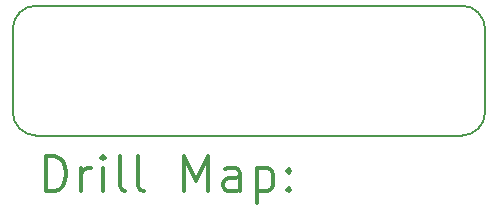
<source format=gbr>
%FSLAX45Y45*%
G04 Gerber Fmt 4.5, Leading zero omitted, Abs format (unit mm)*
G04 Created by KiCad (PCBNEW (5.0.0)) date 07/30/18 22:47:28*
%MOMM*%
%LPD*%
G01*
G04 APERTURE LIST*
%ADD10C,0.150000*%
%ADD11C,0.200000*%
%ADD12C,0.300000*%
G04 APERTURE END LIST*
D10*
X19040000Y-11030000D02*
X18740000Y-11030000D01*
X18740000Y-9930000D02*
X19040000Y-9930000D01*
X15240000Y-10130000D02*
X15240000Y-10830000D01*
X15240000Y-10130000D02*
G75*
G02X15440000Y-9930000I200000J0D01*
G01*
X18740000Y-9930000D02*
X15440000Y-9930000D01*
X19040000Y-9930000D02*
G75*
G02X19240000Y-10130000I0J-200000D01*
G01*
X19240000Y-10830000D02*
X19240000Y-10130000D01*
X19240000Y-10830000D02*
G75*
G02X19040000Y-11030000I-200000J0D01*
G01*
X15440000Y-11030000D02*
X18740000Y-11030000D01*
X15440000Y-11030000D02*
G75*
G02X15240000Y-10830000I0J200000D01*
G01*
D11*
D12*
X15518928Y-11503214D02*
X15518928Y-11203214D01*
X15590357Y-11203214D01*
X15633214Y-11217500D01*
X15661786Y-11246071D01*
X15676071Y-11274643D01*
X15690357Y-11331786D01*
X15690357Y-11374643D01*
X15676071Y-11431786D01*
X15661786Y-11460357D01*
X15633214Y-11488929D01*
X15590357Y-11503214D01*
X15518928Y-11503214D01*
X15818928Y-11503214D02*
X15818928Y-11303214D01*
X15818928Y-11360357D02*
X15833214Y-11331786D01*
X15847500Y-11317500D01*
X15876071Y-11303214D01*
X15904643Y-11303214D01*
X16004643Y-11503214D02*
X16004643Y-11303214D01*
X16004643Y-11203214D02*
X15990357Y-11217500D01*
X16004643Y-11231786D01*
X16018928Y-11217500D01*
X16004643Y-11203214D01*
X16004643Y-11231786D01*
X16190357Y-11503214D02*
X16161786Y-11488929D01*
X16147500Y-11460357D01*
X16147500Y-11203214D01*
X16347500Y-11503214D02*
X16318928Y-11488929D01*
X16304643Y-11460357D01*
X16304643Y-11203214D01*
X16690357Y-11503214D02*
X16690357Y-11203214D01*
X16790357Y-11417500D01*
X16890357Y-11203214D01*
X16890357Y-11503214D01*
X17161786Y-11503214D02*
X17161786Y-11346071D01*
X17147500Y-11317500D01*
X17118928Y-11303214D01*
X17061786Y-11303214D01*
X17033214Y-11317500D01*
X17161786Y-11488929D02*
X17133214Y-11503214D01*
X17061786Y-11503214D01*
X17033214Y-11488929D01*
X17018928Y-11460357D01*
X17018928Y-11431786D01*
X17033214Y-11403214D01*
X17061786Y-11388929D01*
X17133214Y-11388929D01*
X17161786Y-11374643D01*
X17304643Y-11303214D02*
X17304643Y-11603214D01*
X17304643Y-11317500D02*
X17333214Y-11303214D01*
X17390357Y-11303214D01*
X17418928Y-11317500D01*
X17433214Y-11331786D01*
X17447500Y-11360357D01*
X17447500Y-11446071D01*
X17433214Y-11474643D01*
X17418928Y-11488929D01*
X17390357Y-11503214D01*
X17333214Y-11503214D01*
X17304643Y-11488929D01*
X17576071Y-11474643D02*
X17590357Y-11488929D01*
X17576071Y-11503214D01*
X17561786Y-11488929D01*
X17576071Y-11474643D01*
X17576071Y-11503214D01*
X17576071Y-11317500D02*
X17590357Y-11331786D01*
X17576071Y-11346071D01*
X17561786Y-11331786D01*
X17576071Y-11317500D01*
X17576071Y-11346071D01*
M02*

</source>
